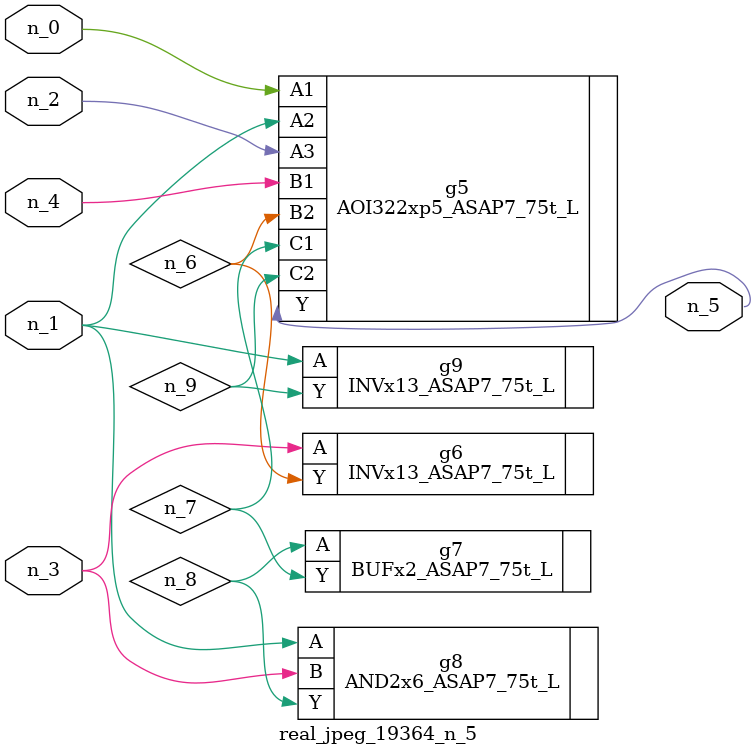
<source format=v>
module real_jpeg_19364_n_5 (n_4, n_0, n_1, n_2, n_3, n_5);

input n_4;
input n_0;
input n_1;
input n_2;
input n_3;

output n_5;

wire n_8;
wire n_6;
wire n_7;
wire n_9;

AOI322xp5_ASAP7_75t_L g5 ( 
.A1(n_0),
.A2(n_1),
.A3(n_2),
.B1(n_4),
.B2(n_6),
.C1(n_7),
.C2(n_9),
.Y(n_5)
);

AND2x6_ASAP7_75t_L g8 ( 
.A(n_1),
.B(n_3),
.Y(n_8)
);

INVx13_ASAP7_75t_L g9 ( 
.A(n_1),
.Y(n_9)
);

INVx13_ASAP7_75t_L g6 ( 
.A(n_3),
.Y(n_6)
);

BUFx2_ASAP7_75t_L g7 ( 
.A(n_8),
.Y(n_7)
);


endmodule
</source>
